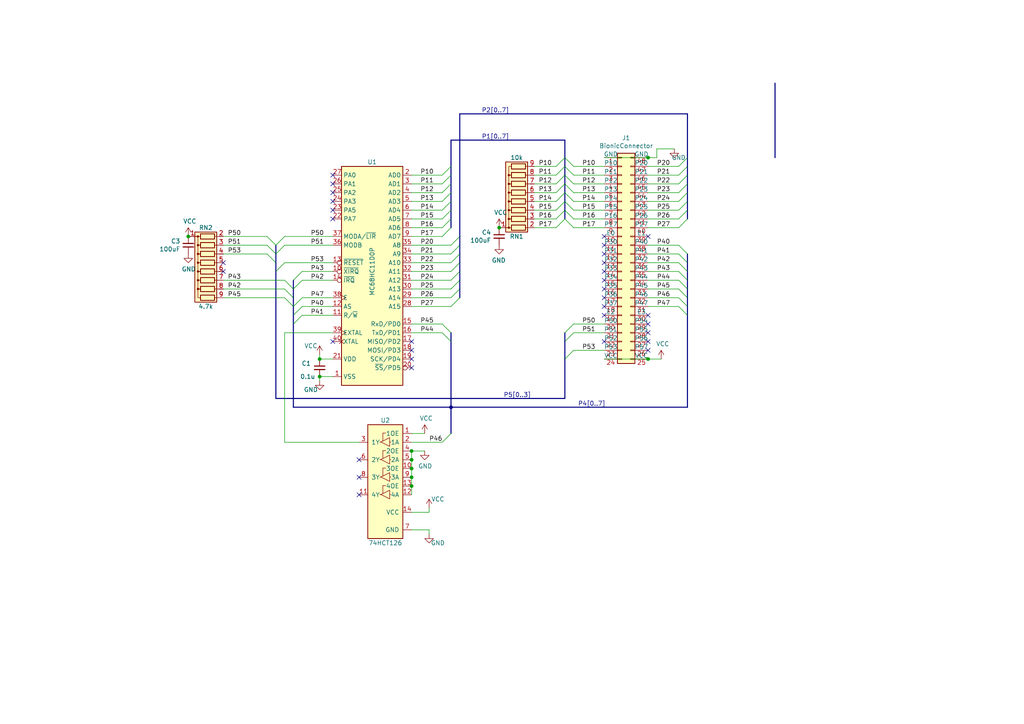
<source format=kicad_sch>
(kicad_sch (version 20211123) (generator eeschema)
  (paper "A4")
  (title_block (title "BionicMC68HC11D Mezzanine") (date "2022-01-18") (rev "3") (company "Tadashi G. Takaoka"))
  (lib_symbols
    (symbol "0-LocalLibrary:74HCT126" (pin_names (offset 1.016))
      (property "Reference" "U" (at 0 16.51 0))
      (property "Value" "74HCT126" (at 0 -19.05 0))
      (symbol "74HCT126_0_1"
        (polyline (pts (xy -1.2954 10.2108) (xy -1.6002 10.2108)))
        (polyline (pts (xy 1.2954 10.2362) (xy 1.651 10.2362)))
        (polyline (pts (xy 0.7112 10.5664) (xy 0.7112 12.827) (xy -0.127 12.827) (xy -0.1016 12.827)))
      )
      (symbol "74HCT126_1_0"
        (polyline (pts (xy 1.27 10.2362) (xy -1.27 11.5062) (xy -1.27 8.9662) (xy 1.27 10.2362)) (stroke (width 0.1524)))
        (pin input line (at -7.62 12.7 0) (length 2.54) (name "1OE") (number "1"))
        (pin input line (at -7.62 2.54 0) (length 2.54) (name "3OE") (number "10"))
        (pin tri_state line (at 7.62 -5.08 180) (length 2.54) (name "4Y") (number "11"))
        (pin input line (at -7.62 -5.08 0) (length 2.54) (name "4A") (number "12"))
        (pin input line (at -7.62 -2.54 0) (length 2.54) (name "4OE") (number "13"))
        (pin power_in line (at -7.62 -10.16 0) (length 2.54) (name "VCC") (number "14"))
        (pin input line (at -7.62 10.16 0) (length 2.54) (name "1A") (number "2"))
        (pin tri_state line (at 7.62 10.16 180) (length 2.54) (name "1Y") (number "3"))
        (pin input line (at -7.62 7.62 0) (length 2.54) (name "2OE") (number "4"))
        (pin input line (at -7.62 5.08 0) (length 2.54) (name "2A") (number "5"))
        (pin tri_state line (at 7.62 5.08 180) (length 2.54) (name "2Y") (number "6"))
        (pin power_in line (at -7.62 -15.24 0) (length 2.54) (name "GND") (number "7"))
        (pin tri_state line (at 7.62 0 180) (length 2.54) (name "3Y") (number "8"))
        (pin input line (at -7.62 0 0) (length 2.54) (name "3A") (number "9"))
      )
      (symbol "74HCT126_1_1"
        (rectangle (start -5.08 15.24) (end 5.08 -17.78) (stroke (width 0.254)) (fill (type background)))
        (polyline (pts (xy -1.2954 -5.0292) (xy -1.6002 -5.0292)))
        (polyline (pts (xy -1.2954 0.0508) (xy -1.6002 0.0508)))
        (polyline (pts (xy -1.2954 5.1308) (xy -1.6002 5.1308)))
        (polyline (pts (xy 1.2954 -5.0038) (xy 1.651 -5.0038)))
        (polyline (pts (xy 1.2954 0.0762) (xy 1.651 0.0762)))
        (polyline (pts (xy 1.2954 5.1562) (xy 1.651 5.1562)))
        (polyline (pts (xy 0.7112 -4.6736) (xy 0.7112 -2.413) (xy -0.127 -2.413) (xy -0.1016 -2.413)))
        (polyline (pts (xy 0.7112 0.4064) (xy 0.7112 2.667) (xy -0.127 2.667) (xy -0.1016 2.667)))
        (polyline (pts (xy 0.7112 5.4864) (xy 0.7112 7.747) (xy -0.127 7.747) (xy -0.1016 7.747)))
        (polyline (pts (xy 1.27 -5.0038) (xy -1.27 -3.7338) (xy -1.27 -6.2738) (xy 1.27 -5.0038)) (stroke (width 0.1524)))
        (polyline (pts (xy 1.27 0.0762) (xy -1.27 1.3462) (xy -1.27 -1.1938) (xy 1.27 0.0762)) (stroke (width 0.1524)))
        (polyline (pts (xy 1.27 5.1562) (xy -1.27 6.4262) (xy -1.27 3.8862) (xy 1.27 5.1562)) (stroke (width 0.1524)))
      )
    )
    (symbol "0-LocalLibrary:BionicConnector" (pin_names (offset 0))
      (property "Reference" "J" (at 1.27 30.48 0))
      (property "Value" "BionicConnector" (at 3.81 33.02 0))
      (symbol "BionicConnector_1_1"
        (rectangle (start -1.27 -30.353) (end 0 -30.607) (stroke (width 0.1524)))
        (rectangle (start -1.27 -27.813) (end 0 -28.067) (stroke (width 0.1524)))
        (rectangle (start -1.27 -25.273) (end 0 -25.527) (stroke (width 0.1524)))
        (rectangle (start -1.27 -22.733) (end 0 -22.987) (stroke (width 0.1524)))
        (rectangle (start -1.27 -20.193) (end 0 -20.447) (stroke (width 0.1524)))
        (rectangle (start -1.27 -17.653) (end 0 -17.907) (stroke (width 0.1524)))
        (rectangle (start -1.27 -15.113) (end 0 -15.367) (stroke (width 0.1524)))
        (rectangle (start -1.27 -12.573) (end 0 -12.827) (stroke (width 0.1524)))
        (rectangle (start -1.27 -10.033) (end 0 -10.287) (stroke (width 0.1524)))
        (rectangle (start -1.27 -7.493) (end 0 -7.747) (stroke (width 0.1524)))
        (rectangle (start -1.27 -4.953) (end 0 -5.207) (stroke (width 0.1524)))
        (rectangle (start -1.27 -2.413) (end 0 -2.667) (stroke (width 0.1524)))
        (rectangle (start -1.27 0.127) (end 0 -0.127) (stroke (width 0.1524)))
        (rectangle (start -1.27 2.667) (end 0 2.413) (stroke (width 0.1524)))
        (rectangle (start -1.27 5.207) (end 0 4.953) (stroke (width 0.1524)))
        (rectangle (start -1.27 7.747) (end 0 7.493) (stroke (width 0.1524)))
        (rectangle (start -1.27 10.287) (end 0 10.033) (stroke (width 0.1524)))
        (rectangle (start -1.27 12.827) (end 0 12.573) (stroke (width 0.1524)))
        (rectangle (start -1.27 15.367) (end 0 15.113) (stroke (width 0.1524)))
        (rectangle (start -1.27 17.907) (end 0 17.653) (stroke (width 0.1524)))
        (rectangle (start -1.27 20.447) (end 0 20.193) (stroke (width 0.1524)))
        (rectangle (start -1.27 22.987) (end 0 22.733) (stroke (width 0.1524)))
        (rectangle (start -1.27 25.527) (end 0 25.273) (stroke (width 0.1524)))
        (rectangle (start -1.27 28.067) (end 0 27.813) (stroke (width 0.1524)))
        (rectangle (start -1.27 29.21) (end 3.81 -31.75) (stroke (width 0.254)) (fill (type background)))
        (rectangle (start 3.81 -30.353) (end 2.54 -30.607) (stroke (width 0.1524)))
        (rectangle (start 3.81 -27.813) (end 2.54 -28.067) (stroke (width 0.1524)))
        (rectangle (start 3.81 -25.273) (end 2.54 -25.527) (stroke (width 0.1524)))
        (rectangle (start 3.81 -22.733) (end 2.54 -22.987) (stroke (width 0.1524)))
        (rectangle (start 3.81 -20.193) (end 2.54 -20.447) (stroke (width 0.1524)))
        (rectangle (start 3.81 -17.653) (end 2.54 -17.907) (stroke (width 0.1524)))
        (rectangle (start 3.81 -15.113) (end 2.54 -15.367) (stroke (width 0.1524)))
        (rectangle (start 3.81 -12.573) (end 2.54 -12.827) (stroke (width 0.1524)))
        (rectangle (start 3.81 -10.033) (end 2.54 -10.287) (stroke (width 0.1524)))
        (rectangle (start 3.81 -7.493) (end 2.54 -7.747) (stroke (width 0.1524)))
        (rectangle (start 3.81 -4.953) (end 2.54 -5.207) (stroke (width 0.1524)))
        (rectangle (start 3.81 -2.413) (end 2.54 -2.667) (stroke (width 0.1524)))
        (rectangle (start 3.81 0.127) (end 2.54 -0.127) (stroke (width 0.1524)))
        (rectangle (start 3.81 2.667) (end 2.54 2.413) (stroke (width 0.1524)))
        (rectangle (start 3.81 5.207) (end 2.54 4.953) (stroke (width 0.1524)))
        (rectangle (start 3.81 7.747) (end 2.54 7.493) (stroke (width 0.1524)))
        (rectangle (start 3.81 10.287) (end 2.54 10.033) (stroke (width 0.1524)))
        (rectangle (start 3.81 12.827) (end 2.54 12.573) (stroke (width 0.1524)))
        (rectangle (start 3.81 15.367) (end 2.54 15.113) (stroke (width 0.1524)))
        (rectangle (start 3.81 17.907) (end 2.54 17.653) (stroke (width 0.1524)))
        (rectangle (start 3.81 20.447) (end 2.54 20.193) (stroke (width 0.1524)))
        (rectangle (start 3.81 22.987) (end 2.54 22.733) (stroke (width 0.1524)))
        (rectangle (start 3.81 25.527) (end 2.54 25.273) (stroke (width 0.1524)))
        (rectangle (start 3.81 28.067) (end 2.54 27.813) (stroke (width 0.1524)))
        (pin power_out line (at -5.08 27.94 0) (length 3.81) (name "GND") (number "1"))
        (pin bidirectional line (at -5.08 5.08 0) (length 3.81) (name "E0") (number "10"))
        (pin bidirectional line (at -5.08 2.54 0) (length 3.81) (name "P30") (number "11"))
        (pin bidirectional line (at -5.08 0 0) (length 3.81) (name "P31") (number "12"))
        (pin bidirectional line (at -5.08 -2.54 0) (length 3.81) (name "P32") (number "13"))
        (pin bidirectional line (at -5.08 -5.08 0) (length 3.81) (name "P33") (number "14"))
        (pin bidirectional line (at -5.08 -7.62 0) (length 3.81) (name "P34") (number "15"))
        (pin bidirectional line (at -5.08 -10.16 0) (length 3.81) (name "P35") (number "16"))
        (pin bidirectional line (at -5.08 -12.7 0) (length 3.81) (name "P36") (number "17"))
        (pin bidirectional line (at -5.08 -15.24 0) (length 3.81) (name "P37") (number "18"))
        (pin bidirectional line (at -5.08 -17.78 0) (length 3.81) (name "E2") (number "19"))
        (pin bidirectional line (at -5.08 25.4 0) (length 3.81) (name "P10") (number "2"))
        (pin bidirectional line (at -5.08 -20.32 0) (length 3.81) (name "P50") (number "20"))
        (pin bidirectional line (at -5.08 -22.86 0) (length 3.81) (name "P51") (number "21"))
        (pin bidirectional line (at -5.08 -25.4 0) (length 3.81) (name "P52") (number "22"))
        (pin bidirectional line (at -5.08 -27.94 0) (length 3.81) (name "P53") (number "23"))
        (pin power_out line (at -5.08 -30.48 0) (length 3.81) (name "VCC") (number "24"))
        (pin power_in line (at 7.62 -30.48 180) (length 3.81) (name "VCC") (number "25"))
        (pin bidirectional line (at 7.62 -27.94 180) (length 3.81) (name "P57") (number "26"))
        (pin bidirectional line (at 7.62 -25.4 180) (length 3.81) (name "P56") (number "27"))
        (pin bidirectional line (at 7.62 -22.86 180) (length 3.81) (name "P55") (number "28"))
        (pin bidirectional line (at 7.62 -20.32 180) (length 3.81) (name "P54") (number "29"))
        (pin bidirectional line (at -5.08 22.86 0) (length 3.81) (name "P11") (number "3"))
        (pin bidirectional line (at 7.62 -17.78 180) (length 3.81) (name "E3") (number "30"))
        (pin bidirectional line (at 7.62 -15.24 180) (length 3.81) (name "P47") (number "31"))
        (pin bidirectional line (at 7.62 -12.7 180) (length 3.81) (name "P46") (number "32"))
        (pin bidirectional line (at 7.62 -10.16 180) (length 3.81) (name "P45") (number "33"))
        (pin bidirectional line (at 7.62 -7.62 180) (length 3.81) (name "P44") (number "34"))
        (pin bidirectional line (at 7.62 -5.08 180) (length 3.81) (name "P43") (number "35"))
        (pin bidirectional line (at 7.62 -2.54 180) (length 3.81) (name "P42") (number "36"))
        (pin bidirectional line (at 7.62 0 180) (length 3.81) (name "P41") (number "37"))
        (pin bidirectional line (at 7.62 2.54 180) (length 3.81) (name "P40") (number "38"))
        (pin bidirectional line (at 7.62 5.08 180) (length 3.81) (name "E1") (number "39"))
        (pin bidirectional line (at -5.08 20.32 0) (length 3.81) (name "P12") (number "4"))
        (pin bidirectional line (at 7.62 7.62 180) (length 3.81) (name "P27") (number "40"))
        (pin bidirectional line (at 7.62 10.16 180) (length 3.81) (name "P26") (number "41"))
        (pin bidirectional line (at 7.62 12.7 180) (length 3.81) (name "P25") (number "42"))
        (pin bidirectional line (at 7.62 15.24 180) (length 3.81) (name "P24") (number "43"))
        (pin bidirectional line (at 7.62 17.78 180) (length 3.81) (name "P23") (number "44"))
        (pin bidirectional line (at 7.62 20.32 180) (length 3.81) (name "P22") (number "45"))
        (pin bidirectional line (at 7.62 22.86 180) (length 3.81) (name "P21") (number "46"))
        (pin bidirectional line (at 7.62 25.4 180) (length 3.81) (name "P20") (number "47"))
        (pin power_in line (at 7.62 27.94 180) (length 3.81) (name "GND") (number "48"))
        (pin bidirectional line (at -5.08 17.78 0) (length 3.81) (name "P13") (number "5"))
        (pin bidirectional line (at -5.08 15.24 0) (length 3.81) (name "P14") (number "6"))
        (pin bidirectional line (at -5.08 12.7 0) (length 3.81) (name "P15") (number "7"))
        (pin bidirectional line (at -5.08 10.16 0) (length 3.81) (name "P16") (number "8"))
        (pin bidirectional line (at -5.08 7.62 0) (length 3.81) (name "P17") (number "9"))
      )
    )
    (symbol "0-LocalLibrary:MC68HC11D0P"
      (property "Reference" "U" (at -1.27 31.75 0))
      (property "Value" "MC68HC11D0P" (at 0 -8.89 90))
      (symbol "MC68HC11D0P_0_1"
        (rectangle (start -8.89 -33.02) (end 8.89 30.48) (stroke (width 0.254)) (fill (type background)))
      )
      (symbol "MC68HC11D0P_1_1"
        (pin power_in line (at -11.43 -30.48 0) (length 2.54) (name "VSS") (number "1"))
        (pin input inverted (at -11.43 0 0) (length 2.54) (name "~{XIRQ}") (number "10"))
        (pin output line (at -11.43 -12.7 0) (length 2.54) (name "R/~{W}") (number "11"))
        (pin output line (at -11.43 -10.16 0) (length 2.54) (name "AS") (number "12"))
        (pin bidirectional inverted (at -11.43 2.54 0) (length 2.54) (name "~{RESET}") (number "13"))
        (pin input inverted (at -11.43 -2.54 0) (length 2.54) (name "~{IRQ}") (number "14"))
        (pin input line (at 11.43 -15.24 180) (length 2.54) (name "RxD/PD0") (number "15"))
        (pin output line (at 11.43 -17.78 180) (length 2.54) (name "TxD/PD1") (number "16"))
        (pin input line (at 11.43 -20.32 180) (length 2.54) (name "MISO/PD2") (number "17"))
        (pin output line (at 11.43 -22.86 180) (length 2.54) (name "MOSI/PD3") (number "18"))
        (pin output line (at 11.43 -25.4 180) (length 2.54) (name "SCK/PD4") (number "19"))
        (pin bidirectional line (at 11.43 27.94 180) (length 2.54) (name "AD0") (number "2"))
        (pin output inverted (at 11.43 -27.94 180) (length 2.54) (name "~{SS}/PD5") (number "20"))
        (pin power_in line (at -11.43 -25.4 0) (length 2.54) (name "VDD") (number "21"))
        (pin bidirectional line (at -11.43 15.24 0) (length 2.54) (name "PA7") (number "22"))
        (pin bidirectional line (at -11.43 17.78 0) (length 2.54) (name "PA5") (number "23"))
        (pin bidirectional line (at -11.43 20.32 0) (length 2.54) (name "PA3") (number "24"))
        (pin bidirectional line (at -11.43 22.86 0) (length 2.54) (name "PA2") (number "25"))
        (pin bidirectional line (at -11.43 25.4 0) (length 2.54) (name "PA1") (number "26"))
        (pin bidirectional line (at -11.43 27.94 0) (length 2.54) (name "PA0") (number "27"))
        (pin output line (at 11.43 -10.16 180) (length 2.54) (name "A15") (number "28"))
        (pin output line (at 11.43 -7.62 180) (length 2.54) (name "A14") (number "29"))
        (pin bidirectional line (at 11.43 25.4 180) (length 2.54) (name "AD1") (number "3"))
        (pin output line (at 11.43 -5.08 180) (length 2.54) (name "A13") (number "30"))
        (pin output line (at 11.43 -2.54 180) (length 2.54) (name "A12") (number "31"))
        (pin output line (at 11.43 0 180) (length 2.54) (name "A11") (number "32"))
        (pin output line (at 11.43 2.54 180) (length 2.54) (name "A10") (number "33"))
        (pin output line (at 11.43 5.08 180) (length 2.54) (name "A9") (number "34"))
        (pin output line (at 11.43 7.62 180) (length 2.54) (name "A8") (number "35"))
        (pin input line (at -11.43 7.62 0) (length 2.54) (name "MODB") (number "36"))
        (pin bidirectional line (at -11.43 10.16 0) (length 2.54) (name "MODA/~{LIR}") (number "37"))
        (pin output clock (at -11.43 -7.62 0) (length 2.54) (name "E") (number "38"))
        (pin input clock (at -11.43 -17.78 0) (length 2.54) (name "EXTAL") (number "39"))
        (pin bidirectional line (at 11.43 22.86 180) (length 2.54) (name "AD2") (number "4"))
        (pin output non_logic (at -11.43 -20.32 0) (length 2.54) (name "XTAL") (number "40"))
        (pin bidirectional line (at 11.43 20.32 180) (length 2.54) (name "AD3") (number "5"))
        (pin bidirectional line (at 11.43 17.78 180) (length 2.54) (name "AD4") (number "6"))
        (pin bidirectional line (at 11.43 15.24 180) (length 2.54) (name "AD5") (number "7"))
        (pin bidirectional line (at 11.43 12.7 180) (length 2.54) (name "AD6") (number "8"))
        (pin bidirectional line (at 11.43 10.16 180) (length 2.54) (name "AD7") (number "9"))
      )
    )
    (symbol "Device:C_Small" (pin_numbers hide) (pin_names (offset 0.254) hide)
      (property "Reference" "C" (at 0.254 1.778 0))
      (property "Value" "C_Small" (at 0.254 -2.032 0))
      (symbol "C_Small_0_1"
        (polyline (pts (xy -1.524 -0.508) (xy 1.524 -0.508)) (stroke (width 0.3302)))
        (polyline (pts (xy -1.524 0.508) (xy 1.524 0.508)) (stroke (width 0.3048)))
      )
      (symbol "C_Small_1_1"
        (pin passive line (at 0 2.54 270) (length 2.032) (name "~") (number "1"))
        (pin passive line (at 0 -2.54 90) (length 2.032) (name "~") (number "2"))
      )
    )
    (symbol "Device:R_Network08" (pin_names (offset 0) hide)
      (property "Reference" "RN" (at -12.7 0 90))
      (property "Value" "R_Network08" (at 10.16 0 90))
      (symbol "R_Network08_0_1"
        (rectangle (start -11.43 -3.175) (end 8.89 3.175) (stroke (width 0.254)) (fill (type background)))
        (rectangle (start -10.922 1.524) (end -9.398 -2.54) (stroke (width 0.254)))
        (circle (center -10.16 2.286) (radius 0.254) (fill (type outline)))
        (rectangle (start -8.382 1.524) (end -6.858 -2.54) (stroke (width 0.254)))
        (circle (center -7.62 2.286) (radius 0.254) (fill (type outline)))
        (rectangle (start -5.842 1.524) (end -4.318 -2.54) (stroke (width 0.254)))
        (circle (center -5.08 2.286) (radius 0.254) (fill (type outline)))
        (rectangle (start -3.302 1.524) (end -1.778 -2.54) (stroke (width 0.254)))
        (circle (center -2.54 2.286) (radius 0.254) (fill (type outline)))
        (rectangle (start -0.762 1.524) (end 0.762 -2.54) (stroke (width 0.254)))
        (polyline (pts (xy -10.16 -2.54) (xy -10.16 -3.81)))
        (polyline (pts (xy -7.62 -2.54) (xy -7.62 -3.81)))
        (polyline (pts (xy -5.08 -2.54) (xy -5.08 -3.81)))
        (polyline (pts (xy -2.54 -2.54) (xy -2.54 -3.81)))
        (polyline (pts (xy 0 -2.54) (xy 0 -3.81)))
        (polyline (pts (xy 2.54 -2.54) (xy 2.54 -3.81)))
        (polyline (pts (xy 5.08 -2.54) (xy 5.08 -3.81)))
        (polyline (pts (xy 7.62 -2.54) (xy 7.62 -3.81)))
        (polyline (pts (xy -10.16 1.524) (xy -10.16 2.286) (xy -7.62 2.286) (xy -7.62 1.524)))
        (polyline (pts (xy -7.62 1.524) (xy -7.62 2.286) (xy -5.08 2.286) (xy -5.08 1.524)))
        (polyline (pts (xy -5.08 1.524) (xy -5.08 2.286) (xy -2.54 2.286) (xy -2.54 1.524)))
        (polyline (pts (xy -2.54 1.524) (xy -2.54 2.286) (xy 0 2.286) (xy 0 1.524)))
        (polyline (pts (xy 0 1.524) (xy 0 2.286) (xy 2.54 2.286) (xy 2.54 1.524)))
        (polyline (pts (xy 2.54 1.524) (xy 2.54 2.286) (xy 5.08 2.286) (xy 5.08 1.524)))
        (polyline (pts (xy 5.08 1.524) (xy 5.08 2.286) (xy 7.62 2.286) (xy 7.62 1.524)))
        (circle (center 0 2.286) (radius 0.254) (fill (type outline)))
        (rectangle (start 1.778 1.524) (end 3.302 -2.54) (stroke (width 0.254)))
        (circle (center 2.54 2.286) (radius 0.254) (fill (type outline)))
        (rectangle (start 4.318 1.524) (end 5.842 -2.54) (stroke (width 0.254)))
        (circle (center 5.08 2.286) (radius 0.254) (fill (type outline)))
        (rectangle (start 6.858 1.524) (end 8.382 -2.54) (stroke (width 0.254)))
      )
      (symbol "R_Network08_1_1"
        (pin passive line (at -10.16 5.08 270) (length 2.54) (name "common") (number "1"))
        (pin passive line (at -10.16 -5.08 90) (length 1.27) (name "R1") (number "2"))
        (pin passive line (at -7.62 -5.08 90) (length 1.27) (name "R2") (number "3"))
        (pin passive line (at -5.08 -5.08 90) (length 1.27) (name "R3") (number "4"))
        (pin passive line (at -2.54 -5.08 90) (length 1.27) (name "R4") (number "5"))
        (pin passive line (at 0 -5.08 90) (length 1.27) (name "R5") (number "6"))
        (pin passive line (at 2.54 -5.08 90) (length 1.27) (name "R6") (number "7"))
        (pin passive line (at 5.08 -5.08 90) (length 1.27) (name "R7") (number "8"))
        (pin passive line (at 7.62 -5.08 90) (length 1.27) (name "R8") (number "9"))
      )
    )
    (symbol "power:GND" (power) (pin_names (offset 0))
      (property "Value" "GND" (at 0 -3.81 0))
      (symbol "GND_0_1"
        (polyline (pts (xy 0 0) (xy 0 -1.27) (xy 1.27 -1.27) (xy 0 -2.54) (xy -1.27 -1.27) (xy 0 -1.27)))
      )
      (symbol "GND_1_1"
        (pin power_in line (at 0 0 270) (length 0) hide (name "GND") (number "1"))
      )
    )
    (symbol "power:VCC" (power) (pin_names (offset 0))
      (property "Value" "VCC" (at 0 3.81 0))
      (symbol "VCC_0_1"
        (polyline (pts (xy -0.762 1.27) (xy 0 2.54)))
        (polyline (pts (xy 0 0) (xy 0 2.54)))
        (polyline (pts (xy 0 2.54) (xy 0.762 1.27)))
      )
      (symbol "VCC_1_1"
        (pin power_in line (at 0 0 90) (length 0) hide (name "VCC") (number "1"))
      )
    )
  )
  (junction (at 92.71 109.22))
  (junction (at 92.71 104.14))
  (junction (at 187.96 45.72))
  (junction (at 187.96 104.14))
  (junction (at 144.78 66.04))
  (junction (at 54.61 68.58))
  (junction (at 119.38 140.97))
  (junction (at 119.38 135.89))
  (junction (at 119.38 138.43))
  (junction (at 119.38 130.81))
  (junction (at 130.81 118.11))
  (junction (at 119.38 133.35))
  (no_connect (at 175.26 86.36))
  (no_connect (at 175.26 68.58))
  (no_connect (at 96.52 99.06))
  (no_connect (at 96.52 50.8))
  (no_connect (at 175.26 71.12))
  (no_connect (at 96.52 63.5))
  (no_connect (at 96.52 53.34))
  (no_connect (at 104.14 143.51))
  (no_connect (at 175.26 81.28))
  (no_connect (at 119.38 101.6))
  (no_connect (at 119.38 106.68))
  (no_connect (at 175.26 83.82))
  (no_connect (at 175.26 99.06))
  (no_connect (at 175.26 73.66))
  (no_connect (at 175.26 78.74))
  (no_connect (at 64.77 78.74))
  (no_connect (at 104.14 138.43))
  (no_connect (at 96.52 60.96))
  (no_connect (at 104.14 133.35))
  (no_connect (at 187.96 93.98))
  (no_connect (at 119.38 104.14))
  (no_connect (at 175.26 88.9))
  (no_connect (at 64.77 76.2))
  (no_connect (at 187.96 96.52))
  (no_connect (at 175.26 76.2))
  (no_connect (at 187.96 68.58))
  (no_connect (at 96.52 58.42))
  (no_connect (at 187.96 91.44))
  (no_connect (at 187.96 101.6))
  (no_connect (at 187.96 99.06))
  (no_connect (at 175.26 91.44))
  (no_connect (at 119.38 99.06))
  (no_connect (at 96.52 55.88))
  (bus_entry (at 128.27 60.96) (size 2.54 -2.54))
  (bus_entry (at 199.39 63.5) (size -2.54 2.54))
  (bus_entry (at 128.27 53.34) (size 2.54 -2.54))
  (bus_entry (at 196.85 86.36) (size 2.54 2.54))
  (bus_entry (at 128.27 68.58) (size 2.54 -2.54))
  (bus_entry (at 166.37 58.42) (size -2.54 -2.54))
  (bus_entry (at 85.09 91.44) (size 2.54 -2.54))
  (bus_entry (at 166.37 101.6) (size -2.54 2.54))
  (bus_entry (at 163.83 45.72) (size -2.54 2.54))
  (bus_entry (at 199.39 45.72) (size -2.54 2.54))
  (bus_entry (at 133.35 81.28) (size -2.54 2.54))
  (bus_entry (at 85.09 81.28) (size 2.54 -2.54))
  (bus_entry (at 163.83 58.42) (size -2.54 2.54))
  (bus_entry (at 128.27 55.88) (size 2.54 -2.54))
  (bus_entry (at 133.35 78.74) (size -2.54 2.54))
  (bus_entry (at 166.37 93.98) (size -2.54 2.54))
  (bus_entry (at 196.85 76.2) (size 2.54 2.54))
  (bus_entry (at 85.09 88.9) (size -2.54 -2.54))
  (bus_entry (at 80.01 73.66) (size 2.54 -2.54))
  (bus_entry (at 196.85 78.74) (size 2.54 2.54))
  (bus_entry (at 133.35 68.58) (size -2.54 2.54))
  (bus_entry (at 163.83 50.8) (size -2.54 2.54))
  (bus_entry (at 85.09 83.82) (size 2.54 -2.54))
  (bus_entry (at 166.37 48.26) (size -2.54 -2.54))
  (bus_entry (at 196.85 81.28) (size 2.54 2.54))
  (bus_entry (at 166.37 53.34) (size -2.54 -2.54))
  (bus_entry (at 130.81 125.73) (size -2.54 2.54))
  (bus_entry (at 133.35 83.82) (size -2.54 2.54))
  (bus_entry (at 166.37 55.88) (size -2.54 -2.54))
  (bus_entry (at 85.09 86.36) (size -2.54 -2.54))
  (bus_entry (at 80.01 73.66) (size -2.54 -2.54))
  (bus_entry (at 128.27 96.52) (size 2.54 2.54))
  (bus_entry (at 196.85 71.12) (size 2.54 2.54))
  (bus_entry (at 166.37 60.96) (size -2.54 -2.54))
  (bus_entry (at 163.83 55.88) (size -2.54 2.54))
  (bus_entry (at 85.09 93.98) (size 2.54 -2.54))
  (bus_entry (at 199.39 50.8) (size -2.54 2.54))
  (bus_entry (at 80.01 78.74) (size 2.54 -2.54))
  (bus_entry (at 196.85 88.9) (size 2.54 2.54))
  (bus_entry (at 163.83 48.26) (size -2.54 2.54))
  (bus_entry (at 85.09 83.82) (size -2.54 -2.54))
  (bus_entry (at 133.35 71.12) (size -2.54 2.54))
  (bus_entry (at 128.27 63.5) (size 2.54 -2.54))
  (bus_entry (at 80.01 71.12) (size 2.54 -2.54))
  (bus_entry (at 166.37 66.04) (size -2.54 -2.54))
  (bus_entry (at 166.37 63.5) (size -2.54 -2.54))
  (bus_entry (at 128.27 66.04) (size 2.54 -2.54))
  (bus_entry (at 196.85 83.82) (size 2.54 2.54))
  (bus_entry (at 196.85 73.66) (size 2.54 2.54))
  (bus_entry (at 163.83 63.5) (size -2.54 2.54))
  (bus_entry (at 133.35 86.36) (size -2.54 2.54))
  (bus_entry (at 80.01 71.12) (size -2.54 -2.54))
  (bus_entry (at 128.27 50.8) (size 2.54 -2.54))
  (bus_entry (at 133.35 73.66) (size -2.54 2.54))
  (bus_entry (at 163.83 53.34) (size -2.54 2.54))
  (bus_entry (at 166.37 50.8) (size -2.54 -2.54))
  (bus_entry (at 85.09 88.9) (size 2.54 -2.54))
  (bus_entry (at 133.35 76.2) (size -2.54 2.54))
  (bus_entry (at 199.39 58.42) (size -2.54 2.54))
  (bus_entry (at 199.39 53.34) (size -2.54 2.54))
  (bus_entry (at 163.83 60.96) (size -2.54 2.54))
  (bus_entry (at 199.39 55.88) (size -2.54 2.54))
  (bus_entry (at 128.27 93.98) (size 2.54 2.54))
  (bus_entry (at 128.27 58.42) (size 2.54 -2.54))
  (bus_entry (at 166.37 96.52) (size -2.54 2.54))
  (bus_entry (at 199.39 60.96) (size -2.54 2.54))
  (bus_entry (at 199.39 48.26) (size -2.54 2.54))
  (bus_entry (at 80.01 76.2) (size -2.54 -2.54))
  (bus (pts (xy 199.39 81.28) (xy 199.39 83.82)))
  (wire (pts (xy 119.38 71.12) (xy 130.81 71.12)))
  (bus (pts (xy 199.39 50.8) (xy 199.39 53.34)))
  (bus (pts (xy 163.83 58.42) (xy 163.83 60.96)))
  (bus (pts (xy 199.39 83.82) (xy 199.39 86.36)))
  (wire (pts (xy 175.26 93.98) (xy 166.37 93.98)))
  (bus (pts (xy 80.01 78.74) (xy 80.01 115.57)))
  (wire (pts (xy 187.96 78.74) (xy 196.85 78.74)))
  (wire (pts (xy 187.96 50.8) (xy 196.85 50.8)))
  (wire (pts (xy 190.5 43.18) (xy 195.58 43.18)))
  (wire (pts (xy 154.94 66.04) (xy 161.29 66.04)))
  (wire (pts (xy 82.55 71.12) (xy 96.52 71.12)))
  (wire (pts (xy 175.26 55.88) (xy 166.37 55.88)))
  (wire (pts (xy 190.5 45.72) (xy 190.5 43.18)))
  (bus (pts (xy 130.81 48.26) (xy 130.81 50.8)))
  (wire (pts (xy 119.38 96.52) (xy 128.27 96.52)))
  (bus (pts (xy 130.81 63.5) (xy 130.81 66.04)))
  (wire (pts (xy 82.55 68.58) (xy 96.52 68.58)))
  (wire (pts (xy 175.26 58.42) (xy 166.37 58.42)))
  (wire (pts (xy 92.71 110.49) (xy 92.71 109.22)))
  (bus (pts (xy 130.81 55.88) (xy 130.81 58.42)))
  (wire (pts (xy 119.38 86.36) (xy 130.81 86.36)))
  (wire (pts (xy 119.38 55.88) (xy 128.27 55.88)))
  (wire (pts (xy 154.94 60.96) (xy 161.29 60.96)))
  (wire (pts (xy 87.63 88.9) (xy 96.52 88.9)))
  (wire (pts (xy 187.96 73.66) (xy 196.85 73.66)))
  (bus (pts (xy 163.83 55.88) (xy 163.83 58.42)))
  (bus (pts (xy 130.81 58.42) (xy 130.81 60.96)))
  (wire (pts (xy 187.96 53.34) (xy 196.85 53.34)))
  (bus (pts (xy 199.39 58.42) (xy 199.39 60.96)))
  (bus (pts (xy 199.39 48.26) (xy 199.39 50.8)))
  (bus (pts (xy 133.35 71.12) (xy 133.35 73.66)))
  (wire (pts (xy 187.96 66.04) (xy 196.85 66.04)))
  (wire (pts (xy 175.26 66.04) (xy 166.37 66.04)))
  (wire (pts (xy 119.38 125.73) (xy 123.19 125.73)))
  (wire (pts (xy 175.26 63.5) (xy 166.37 63.5)))
  (wire (pts (xy 175.26 50.8) (xy 166.37 50.8)))
  (bus (pts (xy 199.39 118.11) (xy 130.81 118.11)))
  (wire (pts (xy 124.46 153.67) (xy 119.38 153.67)))
  (bus (pts (xy 163.83 96.52) (xy 163.83 99.06)))
  (bus (pts (xy 80.01 73.66) (xy 80.01 76.2)))
  (wire (pts (xy 119.38 133.35) (xy 119.38 130.81)))
  (bus (pts (xy 80.01 115.57) (xy 163.83 115.57)))
  (wire (pts (xy 87.63 86.36) (xy 96.52 86.36)))
  (wire (pts (xy 119.38 88.9) (xy 130.81 88.9)))
  (wire (pts (xy 175.26 96.52) (xy 166.37 96.52)))
  (wire (pts (xy 82.55 76.2) (xy 96.52 76.2)))
  (wire (pts (xy 187.96 83.82) (xy 196.85 83.82)))
  (wire (pts (xy 175.26 48.26) (xy 166.37 48.26)))
  (wire (pts (xy 119.38 66.04) (xy 128.27 66.04)))
  (bus (pts (xy 133.35 33.02) (xy 133.35 68.58)))
  (bus (pts (xy 133.35 81.28) (xy 133.35 83.82)))
  (wire (pts (xy 154.94 48.26) (xy 161.29 48.26)))
  (bus (pts (xy 163.83 45.72) (xy 163.83 48.26)))
  (wire (pts (xy 87.63 81.28) (xy 96.52 81.28)))
  (bus (pts (xy 199.39 91.44) (xy 199.39 118.11)))
  (wire (pts (xy 119.38 140.97) (xy 119.38 138.43)))
  (wire (pts (xy 64.77 73.66) (xy 77.47 73.66)))
  (wire (pts (xy 119.38 138.43) (xy 119.38 135.89)))
  (wire (pts (xy 175.26 104.14) (xy 187.96 104.14)))
  (wire (pts (xy 154.94 50.8) (xy 161.29 50.8)))
  (bus (pts (xy 85.09 88.9) (xy 85.09 91.44)))
  (wire (pts (xy 187.96 86.36) (xy 196.85 86.36)))
  (bus (pts (xy 163.83 99.06) (xy 163.83 104.14)))
  (bus (pts (xy 199.39 60.96) (xy 199.39 63.5)))
  (wire (pts (xy 154.94 55.88) (xy 161.29 55.88)))
  (bus (pts (xy 199.39 76.2) (xy 199.39 78.74)))
  (wire (pts (xy 166.37 101.6) (xy 175.26 101.6)))
  (wire (pts (xy 119.38 63.5) (xy 128.27 63.5)))
  (wire (pts (xy 92.71 104.14) (xy 96.52 104.14)))
  (wire (pts (xy 124.46 154.94) (xy 124.46 153.67)))
  (wire (pts (xy 119.38 81.28) (xy 130.81 81.28)))
  (wire (pts (xy 119.38 68.58) (xy 128.27 68.58)))
  (bus (pts (xy 130.81 40.64) (xy 130.81 48.26)))
  (wire (pts (xy 187.96 48.26) (xy 196.85 48.26)))
  (wire (pts (xy 119.38 53.34) (xy 128.27 53.34)))
  (wire (pts (xy 82.55 96.52) (xy 82.55 128.27)))
  (wire (pts (xy 187.96 45.72) (xy 190.5 45.72)))
  (wire (pts (xy 154.94 53.34) (xy 161.29 53.34)))
  (wire (pts (xy 92.71 104.14) (xy 92.71 102.87)))
  (bus (pts (xy 163.83 48.26) (xy 163.83 50.8)))
  (wire (pts (xy 187.96 63.5) (xy 196.85 63.5)))
  (bus (pts (xy 130.81 40.64) (xy 163.83 40.64)))
  (bus (pts (xy 80.01 71.12) (xy 80.01 73.66)))
  (wire (pts (xy 187.96 60.96) (xy 196.85 60.96)))
  (bus (pts (xy 130.81 60.96) (xy 130.81 63.5)))
  (wire (pts (xy 64.77 68.58) (xy 77.47 68.58)))
  (wire (pts (xy 119.38 60.96) (xy 128.27 60.96)))
  (bus (pts (xy 130.81 96.52) (xy 130.81 99.06)))
  (bus (pts (xy 224.79 24.13) (xy 224.79 45.72)))
  (bus (pts (xy 85.09 83.82) (xy 85.09 86.36)))
  (bus (pts (xy 199.39 88.9) (xy 199.39 91.44)))
  (wire (pts (xy 87.63 78.74) (xy 96.52 78.74)))
  (wire (pts (xy 154.94 63.5) (xy 161.29 63.5)))
  (wire (pts (xy 119.38 58.42) (xy 128.27 58.42)))
  (wire (pts (xy 119.38 50.8) (xy 128.27 50.8)))
  (bus (pts (xy 130.81 99.06) (xy 130.81 118.11)))
  (wire (pts (xy 82.55 128.27) (xy 104.14 128.27)))
  (bus (pts (xy 199.39 55.88) (xy 199.39 58.42)))
  (wire (pts (xy 175.26 45.72) (xy 187.96 45.72)))
  (wire (pts (xy 175.26 53.34) (xy 166.37 53.34)))
  (wire (pts (xy 119.38 83.82) (xy 130.81 83.82)))
  (wire (pts (xy 119.38 73.66) (xy 130.81 73.66)))
  (bus (pts (xy 133.35 76.2) (xy 133.35 78.74)))
  (wire (pts (xy 187.96 81.28) (xy 196.85 81.28)))
  (wire (pts (xy 119.38 143.51) (xy 119.38 140.97)))
  (wire (pts (xy 124.46 148.59) (xy 124.46 147.32)))
  (wire (pts (xy 124.46 148.59) (xy 119.38 148.59)))
  (bus (pts (xy 85.09 93.98) (xy 85.09 118.11)))
  (bus (pts (xy 133.35 83.82) (xy 133.35 86.36)))
  (bus (pts (xy 199.39 73.66) (xy 199.39 76.2)))
  (wire (pts (xy 92.71 109.22) (xy 96.52 109.22)))
  (bus (pts (xy 85.09 81.28) (xy 85.09 83.82)))
  (wire (pts (xy 175.26 60.96) (xy 166.37 60.96)))
  (bus (pts (xy 199.39 33.02) (xy 199.39 45.72)))
  (bus (pts (xy 130.81 118.11) (xy 85.09 118.11)))
  (bus (pts (xy 85.09 86.36) (xy 85.09 88.9)))
  (bus (pts (xy 130.81 53.34) (xy 130.81 55.88)))
  (wire (pts (xy 187.96 76.2) (xy 196.85 76.2)))
  (wire (pts (xy 187.96 71.12) (xy 196.85 71.12)))
  (bus (pts (xy 163.83 53.34) (xy 163.83 55.88)))
  (bus (pts (xy 163.83 40.64) (xy 163.83 45.72)))
  (bus (pts (xy 133.35 68.58) (xy 133.35 71.12)))
  (bus (pts (xy 133.35 78.74) (xy 133.35 81.28)))
  (bus (pts (xy 199.39 86.36) (xy 199.39 88.9)))
  (wire (pts (xy 187.96 58.42) (xy 196.85 58.42)))
  (wire (pts (xy 187.96 55.88) (xy 196.85 55.88)))
  (bus (pts (xy 199.39 45.72) (xy 199.39 48.26)))
  (bus (pts (xy 199.39 78.74) (xy 199.39 81.28)))
  (wire (pts (xy 187.96 104.14) (xy 191.77 104.14)))
  (bus (pts (xy 163.83 50.8) (xy 163.83 53.34)))
  (wire (pts (xy 64.77 81.28) (xy 82.55 81.28)))
  (bus (pts (xy 199.39 53.34) (xy 199.39 55.88)))
  (wire (pts (xy 64.77 83.82) (xy 82.55 83.82)))
  (bus (pts (xy 199.39 33.02) (xy 133.35 33.02)))
  (bus (pts (xy 130.81 118.11) (xy 130.81 125.73)))
  (wire (pts (xy 82.55 96.52) (xy 96.52 96.52)))
  (bus (pts (xy 85.09 91.44) (xy 85.09 93.98)))
  (wire (pts (xy 154.94 58.42) (xy 161.29 58.42)))
  (wire (pts (xy 123.19 130.81) (xy 119.38 130.81)))
  (wire (pts (xy 64.77 86.36) (xy 82.55 86.36)))
  (wire (pts (xy 119.38 135.89) (xy 119.38 133.35)))
  (wire (pts (xy 119.38 93.98) (xy 128.27 93.98)))
  (wire (pts (xy 64.77 71.12) (xy 77.47 71.12)))
  (bus (pts (xy 80.01 76.2) (xy 80.01 78.74)))
  (wire (pts (xy 119.38 76.2) (xy 130.81 76.2)))
  (wire (pts (xy 119.38 78.74) (xy 130.81 78.74)))
  (wire (pts (xy 87.63 91.44) (xy 96.52 91.44)))
  (wire (pts (xy 119.38 128.27) (xy 128.27 128.27)))
  (bus (pts (xy 130.81 50.8) (xy 130.81 53.34)))
  (bus (pts (xy 133.35 73.66) (xy 133.35 76.2)))
  (bus (pts (xy 163.83 104.14) (xy 163.83 115.57)))
  (wire (pts (xy 187.96 88.9) (xy 196.85 88.9)))
  (bus (pts (xy 163.83 60.96) (xy 163.83 63.5)))
  (label "P47" (at 93.98 86.36 180))
  (label "P24" (at 121.92 81.28 0))
  (label "P41" (at 190.5 73.66 0))
  (label "P5[0..3]" (at 146.05 115.57 0))
  (label "P15" (at 121.92 63.5 0))
  (label "P42" (at 190.5 76.2 0))
  (label "P45" (at 190.5 83.82 0))
  (label "P27" (at 121.92 88.9 0))
  (label "P40" (at 190.5 71.12 0))
  (label "P15" (at 156.21 60.96 0))
  (label "P26" (at 121.92 86.36 0))
  (label "P10" (at 172.72 48.26 180))
  (label "P14" (at 172.72 58.42 180))
  (label "P14" (at 121.92 60.96 0))
  (label "P11" (at 121.92 53.34 0))
  (label "P21" (at 190.5 50.8 0))
  (label "P12" (at 121.92 55.88 0))
  (label "P13" (at 121.92 58.42 0))
  (label "P45" (at 66.04 86.36 0))
  (label "P25" (at 121.92 83.82 0))
  (label "P26" (at 190.5 63.5 0))
  (label "P24" (at 190.5 58.42 0))
  (label "P46" (at 124.46 128.27 0))
  (label "P21" (at 121.92 73.66 0))
  (label "P14" (at 156.21 58.42 0))
  (label "P53" (at 172.72 101.6 180))
  (label "P1[0..7]" (at 139.7 40.64 0))
  (label "P15" (at 172.72 60.96 180))
  (label "P12" (at 156.21 53.34 0))
  (label "P45" (at 121.92 93.98 0))
  (label "P13" (at 172.72 55.88 180))
  (label "P23" (at 121.92 78.74 0))
  (label "P17" (at 121.92 68.58 0))
  (label "P47" (at 190.5 88.9 0))
  (label "P50" (at 172.72 93.98 180))
  (label "P4[0..7]" (at 167.64 118.11 0))
  (label "P17" (at 172.72 66.04 180))
  (label "P40" (at 93.98 88.9 180))
  (label "P27" (at 190.5 66.04 0))
  (label "P53" (at 66.04 73.66 0))
  (label "P53" (at 93.98 76.2 180))
  (label "P16" (at 121.92 66.04 0))
  (label "P51" (at 66.04 71.12 0))
  (label "P50" (at 66.04 68.58 0))
  (label "P23" (at 190.5 55.88 0))
  (label "P43" (at 66.04 81.28 0))
  (label "P51" (at 93.98 71.12 180))
  (label "P25" (at 190.5 60.96 0))
  (label "P22" (at 121.92 76.2 0))
  (label "P16" (at 172.72 63.5 180))
  (label "P42" (at 93.98 81.28 180))
  (label "P44" (at 121.92 96.52 0))
  (label "P10" (at 121.92 50.8 0))
  (label "P44" (at 190.5 81.28 0))
  (label "P20" (at 190.5 48.26 0))
  (label "P20" (at 121.92 71.12 0))
  (label "P11" (at 156.21 50.8 0))
  (label "P11" (at 172.72 50.8 180))
  (label "P41" (at 93.98 91.44 180))
  (label "P13" (at 156.21 55.88 0))
  (label "P50" (at 93.98 68.58 180))
  (label "P10" (at 156.21 48.26 0))
  (label "P46" (at 190.5 86.36 0))
  (label "P12" (at 172.72 53.34 180))
  (label "P42" (at 66.04 83.82 0))
  (label "P16" (at 156.21 63.5 0))
  (label "P43" (at 190.5 78.74 0))
  (label "P51" (at 172.72 96.52 180))
  (label "P22" (at 190.5 53.34 0))
  (label "P43" (at 93.98 78.74 180))
  (label "P17" (at 156.21 66.04 0))
  (label "P2[0..7]" (at 139.7 33.02 0))
  (symbol (lib_id "power:VCC") (at 92.71 102.87 0) (mirror y) (unit 1)
    (property "Reference" "#PWR03" (effects hide))
    (property "Value" "VCC" (at 90.17 100.33 0))
  )
  (symbol (lib_id "power:GND") (at 92.71 110.49 0) (mirror y) (unit 1)
    (property "Reference" "#PWR04" (effects hide))
    (property "Value" "GND" (at 90.17 113.03 0))
  )
  (symbol (lib_id "Device:C_Small") (at 92.71 106.68 0) (mirror y) (unit 1)
    (property "Reference" "C1" (at 90.17 105.41 0) (effects (justify left)))
    (property "Value" "0.1u" (at 91.44 109.22 0) (effects (justify left)))
    (property "Footprint" "Capacitor_THT:C_Disc_D3.4mm_W2.1mm_P2.50mm" (effects hide))
  )
  (symbol (lib_id "Device:C_Small") (at 144.78 68.58 0) (mirror y) (unit 1)
    (property "Reference" "C4" (at 142.4432 67.4116 0) (effects (justify left)))
    (property "Value" "100uF" (at 142.4432 69.723 0) (effects (justify left)))
    (property "Footprint" "Capacitor_THT:C_Disc_D3.8mm_W2.6mm_P2.50mm" (effects hide))
  )
  (symbol (lib_id "power:GND") (at 144.78 71.12 0) (mirror y) (unit 1)
    (property "Reference" "#PWR09" (effects hide))
    (property "Value" "GND" (at 144.653 75.5142 0))
  )
  (symbol (lib_id "Device:C_Small") (at 54.61 71.12 0) (mirror x) (unit 1)
    (property "Reference" "C3" (at 52.2986 69.9516 0) (effects (justify right)))
    (property "Value" "100uF" (at 52.2986 72.263 0) (effects (justify right)))
    (property "Footprint" "Capacitor_THT:C_Disc_D3.8mm_W2.6mm_P2.50mm" (effects hide))
  )
  (symbol (lib_id "power:GND") (at 54.61 73.66 0) (unit 1)
    (property "Reference" "#PWR08" (effects hide))
    (property "Value" "GND" (at 54.737 78.0542 0))
  )
  (symbol (lib_id "power:GND") (at 195.58 43.18 0) (unit 1)
    (property "Reference" "#PWR0101" (effects hide))
    (property "Value" "GND" (at 196.85 45.72 0))
  )
  (symbol (lib_id "power:VCC") (at 191.77 104.14 0) (unit 1)
    (property "Reference" "#PWR0102" (effects hide))
    (property "Value" "VCC" (at 192.2018 99.7458 0))
  )
  (symbol (lib_id "Device:R_Network08") (at 149.86 55.88 90) (unit 1)
    (property "Reference" "RN1" (at 149.86 68.58 90))
    (property "Value" "10k" (at 149.86 45.72 90))
    (property "Footprint" "Resistor_THT:R_Array_SIP9" (effects hide))
    (property "Datasheet" "http://www.vishay.com/docs/31509/csc.pdf" (effects hide))
  )
  (symbol (lib_id "power:VCC") (at 144.78 66.04 0) (unit 1)
    (property "Reference" "#PWR05" (effects hide))
    (property "Value" "VCC" (at 145.2118 61.6458 0))
  )
  (symbol (lib_id "Device:R_Network08") (at 59.69 78.74 90) (mirror x) (unit 1)
    (property "Reference" "RN2" (at 59.69 66.04 90))
    (property "Value" "4.7k" (at 59.69 88.9 90))
    (property "Footprint" "Resistor_THT:R_Array_SIP9" (effects hide))
    (property "Datasheet" "http://www.vishay.com/docs/31509/csc.pdf" (effects hide))
  )
  (symbol (lib_id "power:VCC") (at 54.61 68.58 0) (unit 1)
    (property "Reference" "#PWR02" (effects hide))
    (property "Value" "VCC" (at 55.0418 64.1858 0))
  )
  (symbol (lib_id "0-LocalLibrary:74HCT126") (at 111.76 138.43 0) (mirror y) (unit 1)
    (property "Reference" "U2" (at 111.76 121.92 0))
    (property "Value" "74HCT126" (at 111.76 157.48 0))
    (property "Footprint" "Package_DIP:DIP-14_W7.62mm" (effects hide))
    (property "Datasheet" "https://www.ti.com/lit/ds/symlink/cd74hct126.pdf" (effects hide))
  )
  (symbol (lib_id "power:VCC") (at 124.46 147.32 0) (unit 1)
    (property "Reference" "#PWR06" (effects hide))
    (property "Value" "VCC" (at 127 144.78 0))
  )
  (symbol (lib_id "power:GND") (at 124.46 154.94 0) (unit 1)
    (property "Reference" "#PWR07" (effects hide))
    (property "Value" "GND" (at 127 157.48 0))
  )
  (symbol (lib_id "power:VCC") (at 123.19 125.73 0) (unit 1)
    (property "Reference" "#PWR0103" (effects hide))
    (property "Value" "VCC" (at 123.6218 121.3358 0))
  )
  (symbol (lib_id "power:GND") (at 123.19 130.81 0) (unit 1)
    (property "Reference" "#PWR0104" (effects hide))
    (property "Value" "GND" (at 123.317 135.2042 0))
  )
  (symbol (lib_id "0-LocalLibrary:MC68HC11D0P") (at 107.95 78.74 0) (unit 1)
    (property "Reference" "U1" (at 107.95 46.99 0))
    (property "Value" "MC68HC11D0P" (at 107.95 78.74 90))
    (property "Footprint" "Package_DIP:DIP-40_W15.24mm" (effects hide))
  )
  (symbol (lib_id "0-LocalLibrary:BionicConnector") (at 180.34 73.66 0) (unit 1)
    (property "Reference" "J1" (at 181.61 40.005 0))
    (property "Value" "BionicConnector" (at 181.61 42.3164 0))
    (property "Footprint" "0-LocalLibrary:DIP-48_W7.62mm" (effects hide))
    (property "Datasheet" "https://www.arieselec.com/wp-content/uploads/2020/02/10001-universal-dip-zif-test-socket.pdf" (effects hide))
  )
)
</source>
